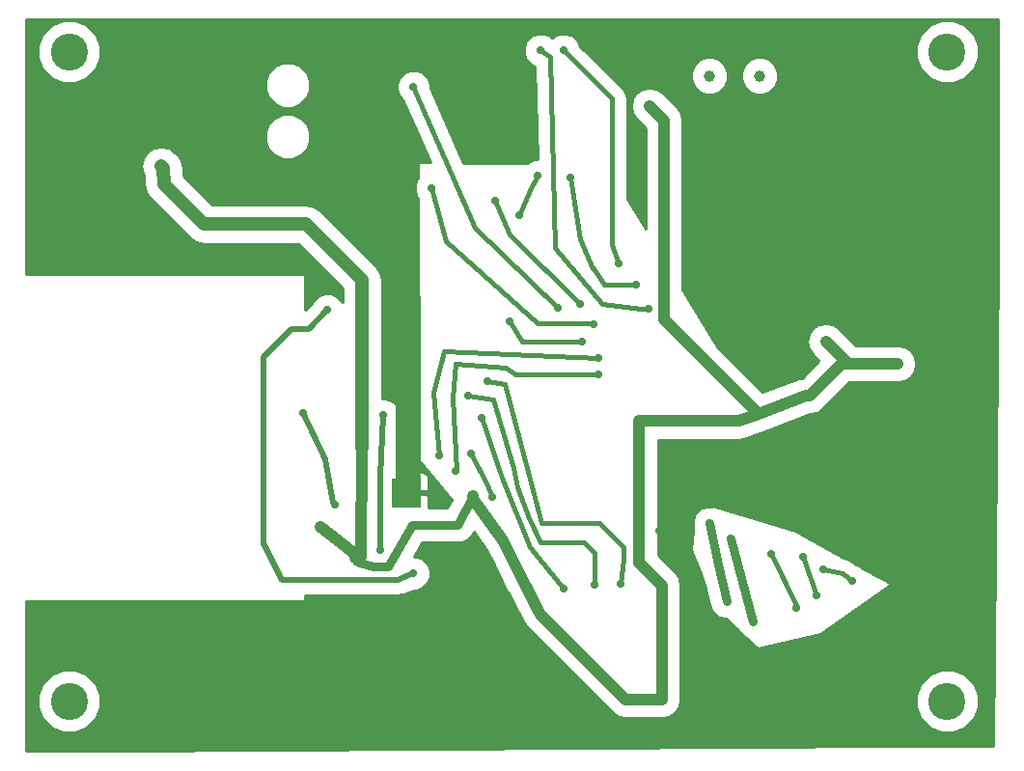
<source format=gbl>
G04 (created by PCBNEW (2013-08-24 BZR 4298)-stable) date Fri 11 Oct 2013 09:56:01 PM PDT*
%MOIN*%
G04 Gerber Fmt 3.4, Leading zero omitted, Abs format*
%FSLAX34Y34*%
G01*
G70*
G90*
G04 APERTURE LIST*
%ADD10C,0.005906*%
%ADD11C,0.039400*%
%ADD12C,0.023622*%
%ADD13R,0.098400X0.098400*%
%ADD14C,0.127953*%
%ADD15C,0.027559*%
%ADD16C,0.039370*%
%ADD17C,0.047244*%
%ADD18C,0.031496*%
%ADD19C,0.023622*%
%ADD20C,0.019685*%
%ADD21C,0.015748*%
%ADD22C,0.009843*%
%ADD23C,0.010000*%
G04 APERTURE END LIST*
G54D10*
G54D11*
X37076Y-27608D03*
X38808Y-27608D03*
G54D12*
X26618Y-42019D03*
X26318Y-41719D03*
X26318Y-42319D03*
X26918Y-41719D03*
X26918Y-42319D03*
G54D13*
X26618Y-42019D03*
G54D14*
X45275Y-26771D03*
X45275Y-49212D03*
X14960Y-49212D03*
X14960Y-26771D03*
G54D15*
X24984Y-44240D03*
X41090Y-36779D03*
X35003Y-28645D03*
X43570Y-37551D03*
X18133Y-30720D03*
X35440Y-49149D03*
X40409Y-38649D03*
X28917Y-42106D03*
X25078Y-40440D03*
X23649Y-43200D03*
X25799Y-39330D03*
X25700Y-44000D03*
X27740Y-40732D03*
X33228Y-37338D03*
X28314Y-41259D03*
X33240Y-37933D03*
X29566Y-42141D03*
X28838Y-40641D03*
X22480Y-46350D03*
X38834Y-37696D03*
X37185Y-31035D03*
X45673Y-37303D03*
X41523Y-39866D03*
X18842Y-27748D03*
X41988Y-34448D03*
X41181Y-42728D03*
X37141Y-46618D03*
X35350Y-43322D03*
X27775Y-45724D03*
X41098Y-31291D03*
X26425Y-37311D03*
X30240Y-46409D03*
X37086Y-43070D03*
X37669Y-45759D03*
X37818Y-43578D03*
X38578Y-46468D03*
X23881Y-35700D03*
X26850Y-44791D03*
X34007Y-45141D03*
X29401Y-38157D03*
X33118Y-45196D03*
X28724Y-38641D03*
X32031Y-45318D03*
X29212Y-39409D03*
X39208Y-44129D03*
X40078Y-46003D03*
X40303Y-44236D03*
X40771Y-45570D03*
X41011Y-44669D03*
X42000Y-45066D03*
X33055Y-36177D03*
X27480Y-31484D03*
X32031Y-26728D03*
X33944Y-34098D03*
X30181Y-36090D03*
X32681Y-36771D03*
X32610Y-35488D03*
X29669Y-31909D03*
X31834Y-35622D03*
X26850Y-27988D03*
X31129Y-31070D03*
X30519Y-32409D03*
X34980Y-35641D03*
X31244Y-26728D03*
X32275Y-31129D03*
X34539Y-34830D03*
X23039Y-39240D03*
X24141Y-42433D03*
G54D16*
X34649Y-39531D02*
X38110Y-39531D01*
G54D17*
X25078Y-34669D02*
X25078Y-40440D01*
G54D16*
X41779Y-37468D02*
X41779Y-37551D01*
X41090Y-36779D02*
X41779Y-37468D01*
X35440Y-49149D02*
X35440Y-45204D01*
X34649Y-44413D02*
X34649Y-39531D01*
X35440Y-45204D02*
X34649Y-44413D01*
X35507Y-36031D02*
X38759Y-39282D01*
X35507Y-29149D02*
X35507Y-36031D01*
X35003Y-28645D02*
X35507Y-29149D01*
X40409Y-38649D02*
X40551Y-38649D01*
X40551Y-38649D02*
X41649Y-37551D01*
X41649Y-37551D02*
X41779Y-37551D01*
X41779Y-37551D02*
X43570Y-37551D01*
G54D17*
X23145Y-32736D02*
X25078Y-34669D01*
X19610Y-32736D02*
X23145Y-32736D01*
X18224Y-31350D02*
X19610Y-32736D01*
X18208Y-30795D02*
X18224Y-31350D01*
X18133Y-30720D02*
X18208Y-30795D01*
G54D16*
X28917Y-42106D02*
X28917Y-42204D01*
X28917Y-42204D02*
X29933Y-43665D01*
X29933Y-43665D02*
X30129Y-44051D01*
X30129Y-44051D02*
X30661Y-45129D01*
X30661Y-45129D02*
X31228Y-46208D01*
X31228Y-46208D02*
X34169Y-49149D01*
X34169Y-49149D02*
X35440Y-49149D01*
X38110Y-39531D02*
X38759Y-39282D01*
X38759Y-39282D02*
X40409Y-38649D01*
G54D18*
X28917Y-42106D02*
X28381Y-43133D01*
X28381Y-43133D02*
X26807Y-43125D01*
X26807Y-43125D02*
X25972Y-44539D01*
X25972Y-44539D02*
X25456Y-44539D01*
X25456Y-44539D02*
X24984Y-44421D01*
X24984Y-44421D02*
X24877Y-44350D01*
X24877Y-44350D02*
X24984Y-44240D01*
G54D19*
X24996Y-44263D02*
X24826Y-44267D01*
X24996Y-44251D02*
X24996Y-44263D01*
X24984Y-44240D02*
X24996Y-44251D01*
G54D16*
X25082Y-40437D02*
X25082Y-40425D01*
X25043Y-44204D02*
X24826Y-44267D01*
X25082Y-40425D02*
X25043Y-44204D01*
X25078Y-40440D02*
X25082Y-40437D01*
X24826Y-44267D02*
X24992Y-44255D01*
X24992Y-44255D02*
X23649Y-43200D01*
G54D20*
X25799Y-39330D02*
X25720Y-41449D01*
X25720Y-41449D02*
X25700Y-44000D01*
G54D21*
X27740Y-40732D02*
X27751Y-40720D01*
X27751Y-40720D02*
X27551Y-38562D01*
X27551Y-38562D02*
X27901Y-37110D01*
X27901Y-37110D02*
X33228Y-37338D01*
X28314Y-41259D02*
X28326Y-41248D01*
X28326Y-41248D02*
X28200Y-38704D01*
X28200Y-38704D02*
X28291Y-37559D01*
X28291Y-37559D02*
X30027Y-37696D01*
X30027Y-37696D02*
X30374Y-37933D01*
X30374Y-37933D02*
X33240Y-37933D01*
X29401Y-41748D02*
X29566Y-42141D01*
X28838Y-40641D02*
X29401Y-41748D01*
G54D16*
X26918Y-41719D02*
X26918Y-41453D01*
X26918Y-41453D02*
X26425Y-40960D01*
X26425Y-37311D02*
X26425Y-40960D01*
X26425Y-40960D02*
X26425Y-41612D01*
X26425Y-41612D02*
X26318Y-41719D01*
G54D20*
X22480Y-46350D02*
X22468Y-46350D01*
G54D21*
X38834Y-37696D02*
X38834Y-37685D01*
G54D16*
X45673Y-37303D02*
X45673Y-37275D01*
G54D22*
X41523Y-39866D02*
X41523Y-39854D01*
G54D16*
X20488Y-27811D02*
X19696Y-27811D01*
X19696Y-27811D02*
X18842Y-27748D01*
G54D18*
X41988Y-34448D02*
X41996Y-34448D01*
G54D20*
X41200Y-42748D02*
X41220Y-42748D01*
X41181Y-42728D02*
X41200Y-42748D01*
X37141Y-46618D02*
X37114Y-46645D01*
G54D22*
X35350Y-43322D02*
X35350Y-43326D01*
G54D20*
X27775Y-45724D02*
X27763Y-45736D01*
X27763Y-45736D02*
X27763Y-45740D01*
G54D18*
X41098Y-31291D02*
X41098Y-31303D01*
G54D16*
X26460Y-37275D02*
X26460Y-37204D01*
X26425Y-37311D02*
X26460Y-37275D01*
G54D18*
X30228Y-46397D02*
X30228Y-46393D01*
X30240Y-46409D02*
X30228Y-46397D01*
X37086Y-43070D02*
X37366Y-44476D01*
X37366Y-44476D02*
X37669Y-45759D01*
X37818Y-43578D02*
X38578Y-46468D01*
G54D20*
X23881Y-35700D02*
X23232Y-36350D01*
X23232Y-36350D02*
X22629Y-36350D01*
X22629Y-36350D02*
X21661Y-37318D01*
X21661Y-37318D02*
X21661Y-43759D01*
X21661Y-43759D02*
X22299Y-45015D01*
X22299Y-45015D02*
X26295Y-45015D01*
X26295Y-45015D02*
X26850Y-44791D01*
G54D21*
X34098Y-44287D02*
X34007Y-45141D01*
X34098Y-43889D02*
X34098Y-44287D01*
X33263Y-43055D02*
X34098Y-43889D01*
X31287Y-43055D02*
X33263Y-43055D01*
X30011Y-38259D02*
X31287Y-43055D01*
X29401Y-38157D02*
X30011Y-38259D01*
X33118Y-44098D02*
X33118Y-45196D01*
X32744Y-43724D02*
X33118Y-44098D01*
X31244Y-43724D02*
X32744Y-43724D01*
X30838Y-42885D02*
X31244Y-43724D01*
X30433Y-41814D02*
X30838Y-42885D01*
X30299Y-41161D02*
X30433Y-41814D01*
X29610Y-38803D02*
X30299Y-41161D01*
X28724Y-38641D02*
X29610Y-38803D01*
X30885Y-43874D02*
X32031Y-45318D01*
X29893Y-41500D02*
X30885Y-43874D01*
X29212Y-39409D02*
X29893Y-41500D01*
X39208Y-44129D02*
X40078Y-45881D01*
X40078Y-45881D02*
X40078Y-46003D01*
X40531Y-44897D02*
X40771Y-45570D01*
X40531Y-44897D02*
X40303Y-44236D01*
X41673Y-44775D02*
X42000Y-45066D01*
X41011Y-44669D02*
X41673Y-44775D01*
X33022Y-36144D02*
X33055Y-36177D01*
X33022Y-36144D02*
X31141Y-36161D01*
X31141Y-36161D02*
X27984Y-33330D01*
X27984Y-33330D02*
X27480Y-31484D01*
X32031Y-26728D02*
X33704Y-28401D01*
X33704Y-28401D02*
X33704Y-33440D01*
X33704Y-33440D02*
X33944Y-34098D01*
X30598Y-36771D02*
X30181Y-36090D01*
X32681Y-36771D02*
X30598Y-36771D01*
X30181Y-33090D02*
X29669Y-31909D01*
X32610Y-35488D02*
X30181Y-33090D01*
X28980Y-32838D02*
X26850Y-27988D01*
X28980Y-32838D02*
X31834Y-35622D01*
X31129Y-31070D02*
X30862Y-31555D01*
X30862Y-31555D02*
X30519Y-32409D01*
X34980Y-35641D02*
X34692Y-35641D01*
X34692Y-35641D02*
X33379Y-35475D01*
X33379Y-35475D02*
X31724Y-33570D01*
X31559Y-26960D02*
X31244Y-26728D01*
X31724Y-33570D02*
X31559Y-26960D01*
X33051Y-34251D02*
X33082Y-34251D01*
X32618Y-33251D02*
X32275Y-31129D01*
X33051Y-34251D02*
X32618Y-33251D01*
X33440Y-34830D02*
X34539Y-34830D01*
X33082Y-34251D02*
X33440Y-34830D01*
G54D20*
X23815Y-40870D02*
X23039Y-39240D01*
X24074Y-42366D02*
X23815Y-40870D01*
X24141Y-42433D02*
X24074Y-42366D01*
G54D10*
G36*
X26694Y-42025D02*
X26642Y-42077D01*
X26594Y-42077D01*
X26560Y-42043D01*
X26560Y-41995D01*
X26612Y-41943D01*
X26618Y-41948D01*
X26623Y-41943D01*
X26694Y-42014D01*
X26688Y-42019D01*
X26694Y-42025D01*
X26694Y-42025D01*
G37*
G54D23*
X26694Y-42025D02*
X26642Y-42077D01*
X26594Y-42077D01*
X26560Y-42043D01*
X26560Y-41995D01*
X26612Y-41943D01*
X26618Y-41948D01*
X26623Y-41943D01*
X26694Y-42014D01*
X26688Y-42019D01*
X26694Y-42025D01*
G54D10*
G36*
X47036Y-34029D02*
X46869Y-50745D01*
X46359Y-50748D01*
X46359Y-48998D01*
X46359Y-26557D01*
X46194Y-26158D01*
X45890Y-25853D01*
X45492Y-25688D01*
X45061Y-25688D01*
X44662Y-25852D01*
X44357Y-26157D01*
X44192Y-26555D01*
X44191Y-26986D01*
X44356Y-27384D01*
X44661Y-27689D01*
X45059Y-27854D01*
X45490Y-27855D01*
X45888Y-27690D01*
X46193Y-27386D01*
X46358Y-26988D01*
X46359Y-26557D01*
X46359Y-48998D01*
X46194Y-48599D01*
X45890Y-48294D01*
X45492Y-48129D01*
X45061Y-48128D01*
X44662Y-48293D01*
X44357Y-48598D01*
X44192Y-48996D01*
X44191Y-49427D01*
X44356Y-49825D01*
X44661Y-50130D01*
X45059Y-50295D01*
X45490Y-50296D01*
X45888Y-50131D01*
X46193Y-49827D01*
X46358Y-49429D01*
X46359Y-48998D01*
X46359Y-50748D01*
X43359Y-50767D01*
X43359Y-45165D01*
X42381Y-44626D01*
X42329Y-44574D01*
X42159Y-44503D01*
X42142Y-44494D01*
X42020Y-44385D01*
X41981Y-44362D01*
X41947Y-44330D01*
X41894Y-44311D01*
X41845Y-44282D01*
X41799Y-44275D01*
X41756Y-44259D01*
X41702Y-44251D01*
X40027Y-43326D01*
X37185Y-42445D01*
X37134Y-42481D01*
X36969Y-42481D01*
X36752Y-42570D01*
X36586Y-42736D01*
X36496Y-42953D01*
X36496Y-43188D01*
X36518Y-43295D01*
X36437Y-43978D01*
X36755Y-44795D01*
X36914Y-45177D01*
X37084Y-45898D01*
X37181Y-46111D01*
X37353Y-46271D01*
X37573Y-46353D01*
X37627Y-46351D01*
X38059Y-46748D01*
X38100Y-46832D01*
X38275Y-46987D01*
X38345Y-47011D01*
X38737Y-47372D01*
X40893Y-46875D01*
X43359Y-45165D01*
X43359Y-50767D01*
X16584Y-50936D01*
X16044Y-50936D01*
X16044Y-48998D01*
X15879Y-48599D01*
X15575Y-48294D01*
X15177Y-48129D01*
X14746Y-48128D01*
X14347Y-48293D01*
X14042Y-48598D01*
X13877Y-48996D01*
X13876Y-49427D01*
X14041Y-49825D01*
X14346Y-50130D01*
X14744Y-50295D01*
X15175Y-50296D01*
X15573Y-50131D01*
X15878Y-49827D01*
X16043Y-49429D01*
X16044Y-48998D01*
X16044Y-50936D01*
X13463Y-50936D01*
X13463Y-45751D01*
X23113Y-45751D01*
X23113Y-45557D01*
X26295Y-45557D01*
X26396Y-45537D01*
X26498Y-45518D01*
X26858Y-45372D01*
X26965Y-45372D01*
X27179Y-45284D01*
X27343Y-45121D01*
X27431Y-44907D01*
X27431Y-44676D01*
X27343Y-44462D01*
X27180Y-44298D01*
X26966Y-44209D01*
X26865Y-44209D01*
X27149Y-43728D01*
X28378Y-43735D01*
X28470Y-43717D01*
X28562Y-43707D01*
X28584Y-43695D01*
X28609Y-43690D01*
X28686Y-43639D01*
X28768Y-43594D01*
X28783Y-43574D01*
X28804Y-43561D01*
X28856Y-43484D01*
X28915Y-43411D01*
X28941Y-43361D01*
X29382Y-43995D01*
X29557Y-44338D01*
X30086Y-45413D01*
X30091Y-45419D01*
X30094Y-45427D01*
X30661Y-46506D01*
X30721Y-46581D01*
X30775Y-46661D01*
X33716Y-49602D01*
X33924Y-49741D01*
X34169Y-49790D01*
X35440Y-49790D01*
X35686Y-49741D01*
X35893Y-49602D01*
X36032Y-49394D01*
X36081Y-49149D01*
X36081Y-45204D01*
X36032Y-44959D01*
X35893Y-44751D01*
X35290Y-44148D01*
X35290Y-40172D01*
X38110Y-40172D01*
X38224Y-40149D01*
X38339Y-40129D01*
X38988Y-39880D01*
X40528Y-39290D01*
X40551Y-39290D01*
X40796Y-39241D01*
X41004Y-39102D01*
X41914Y-38191D01*
X43570Y-38191D01*
X43815Y-38142D01*
X44023Y-38004D01*
X44162Y-37796D01*
X44211Y-37551D01*
X44162Y-37306D01*
X44023Y-37098D01*
X43815Y-36959D01*
X43570Y-36910D01*
X42127Y-36910D01*
X41543Y-36326D01*
X41335Y-36187D01*
X41090Y-36138D01*
X40845Y-36187D01*
X40637Y-36326D01*
X40498Y-36534D01*
X40450Y-36779D01*
X40498Y-37024D01*
X40637Y-37232D01*
X40850Y-37444D01*
X40256Y-38038D01*
X40180Y-38051D01*
X39449Y-38331D01*
X39449Y-27481D01*
X39352Y-27245D01*
X39172Y-27065D01*
X38936Y-26967D01*
X38682Y-26967D01*
X38446Y-27064D01*
X38266Y-27244D01*
X38168Y-27480D01*
X38168Y-27734D01*
X38265Y-27970D01*
X38445Y-28150D01*
X38680Y-28248D01*
X38935Y-28248D01*
X39171Y-28151D01*
X39351Y-27971D01*
X39449Y-27736D01*
X39449Y-27481D01*
X39449Y-38331D01*
X38917Y-38535D01*
X37717Y-37335D01*
X37717Y-27481D01*
X37620Y-27245D01*
X37440Y-27065D01*
X37204Y-26967D01*
X36950Y-26967D01*
X36714Y-27064D01*
X36534Y-27244D01*
X36436Y-27480D01*
X36436Y-27734D01*
X36533Y-27970D01*
X36713Y-28150D01*
X36948Y-28248D01*
X37203Y-28248D01*
X37439Y-28151D01*
X37619Y-27971D01*
X37717Y-27736D01*
X37717Y-27481D01*
X37717Y-37335D01*
X37342Y-36960D01*
X36148Y-34997D01*
X36148Y-29149D01*
X36099Y-28904D01*
X35960Y-28696D01*
X35960Y-28696D01*
X35456Y-28192D01*
X35249Y-28053D01*
X35003Y-28005D01*
X34758Y-28053D01*
X34550Y-28192D01*
X34412Y-28400D01*
X34363Y-28645D01*
X34412Y-28890D01*
X34550Y-29098D01*
X34867Y-29414D01*
X34867Y-32892D01*
X34227Y-31840D01*
X34227Y-28401D01*
X34227Y-28401D01*
X34227Y-28401D01*
X34187Y-28201D01*
X34074Y-28032D01*
X34074Y-28032D01*
X34074Y-28032D01*
X32583Y-26541D01*
X32524Y-26399D01*
X32361Y-26235D01*
X32147Y-26146D01*
X31916Y-26146D01*
X31702Y-26235D01*
X31637Y-26299D01*
X31573Y-26235D01*
X31360Y-26146D01*
X31128Y-26146D01*
X30915Y-26235D01*
X30751Y-26398D01*
X30662Y-26612D01*
X30662Y-26843D01*
X30750Y-27057D01*
X30914Y-27221D01*
X31044Y-27275D01*
X31124Y-30489D01*
X31014Y-30489D01*
X30800Y-30577D01*
X30765Y-30612D01*
X28569Y-30604D01*
X27431Y-28012D01*
X27431Y-27873D01*
X27343Y-27659D01*
X27180Y-27495D01*
X26966Y-27406D01*
X26735Y-27406D01*
X26521Y-27494D01*
X26357Y-27658D01*
X26268Y-27872D01*
X26268Y-28103D01*
X26357Y-28317D01*
X26476Y-28437D01*
X27426Y-30600D01*
X26999Y-30598D01*
X27002Y-31139D01*
X26987Y-31154D01*
X26898Y-31368D01*
X26898Y-31599D01*
X26987Y-31813D01*
X27006Y-31832D01*
X27040Y-38517D01*
X27039Y-38526D01*
X27030Y-38611D01*
X27041Y-38721D01*
X27052Y-40890D01*
X28162Y-42253D01*
X28018Y-42530D01*
X27360Y-42527D01*
X27360Y-42461D01*
X27360Y-42132D01*
X27297Y-42069D01*
X27097Y-42069D01*
X27101Y-42065D01*
X27098Y-42019D01*
X27101Y-41973D01*
X27097Y-41969D01*
X27297Y-41969D01*
X27360Y-41907D01*
X27360Y-41577D01*
X27360Y-41477D01*
X27322Y-41386D01*
X27251Y-41315D01*
X27159Y-41277D01*
X26730Y-41277D01*
X26668Y-41340D01*
X26668Y-41540D01*
X26664Y-41536D01*
X26618Y-41539D01*
X26571Y-41536D01*
X26568Y-41540D01*
X26568Y-41340D01*
X26505Y-41277D01*
X26269Y-41277D01*
X26333Y-39561D01*
X26380Y-39446D01*
X26380Y-39215D01*
X26292Y-39001D01*
X26129Y-38838D01*
X25915Y-38749D01*
X25758Y-38749D01*
X25758Y-34669D01*
X25706Y-34409D01*
X25559Y-34188D01*
X23626Y-32255D01*
X23405Y-32108D01*
X23362Y-32099D01*
X23282Y-32083D01*
X23282Y-29546D01*
X23282Y-27774D01*
X23164Y-27488D01*
X22945Y-27269D01*
X22659Y-27150D01*
X22349Y-27150D01*
X22063Y-27268D01*
X21844Y-27487D01*
X21725Y-27773D01*
X21725Y-28083D01*
X21843Y-28369D01*
X22062Y-28588D01*
X22348Y-28707D01*
X22658Y-28707D01*
X22944Y-28589D01*
X23163Y-28370D01*
X23282Y-28084D01*
X23282Y-27774D01*
X23282Y-29546D01*
X23164Y-29260D01*
X22945Y-29041D01*
X22659Y-28922D01*
X22349Y-28922D01*
X22063Y-29040D01*
X21844Y-29259D01*
X21725Y-29545D01*
X21725Y-29854D01*
X21843Y-30141D01*
X22062Y-30360D01*
X22348Y-30478D01*
X22658Y-30479D01*
X22944Y-30361D01*
X23163Y-30142D01*
X23282Y-29856D01*
X23282Y-29546D01*
X23282Y-32083D01*
X23145Y-32056D01*
X19891Y-32056D01*
X18896Y-31060D01*
X18888Y-30775D01*
X18860Y-30655D01*
X18836Y-30535D01*
X18831Y-30526D01*
X18829Y-30517D01*
X18757Y-30416D01*
X18689Y-30314D01*
X18614Y-30239D01*
X18394Y-30092D01*
X18133Y-30040D01*
X17873Y-30092D01*
X17653Y-30239D01*
X17505Y-30460D01*
X17453Y-30720D01*
X17505Y-30980D01*
X17534Y-31024D01*
X17544Y-31369D01*
X17572Y-31489D01*
X17596Y-31610D01*
X17601Y-31618D01*
X17603Y-31628D01*
X17675Y-31728D01*
X17743Y-31831D01*
X19129Y-33216D01*
X19350Y-33364D01*
X19610Y-33416D01*
X22864Y-33416D01*
X24398Y-34950D01*
X24398Y-35429D01*
X24375Y-35371D01*
X24211Y-35208D01*
X23998Y-35119D01*
X23766Y-35119D01*
X23552Y-35207D01*
X23389Y-35370D01*
X23349Y-35466D01*
X23113Y-35702D01*
X23113Y-34445D01*
X16044Y-34445D01*
X16044Y-26557D01*
X15879Y-26158D01*
X15575Y-25853D01*
X15177Y-25688D01*
X14746Y-25688D01*
X14347Y-25852D01*
X14042Y-26157D01*
X13877Y-26555D01*
X13876Y-26986D01*
X14041Y-27384D01*
X14346Y-27689D01*
X14744Y-27854D01*
X15175Y-27855D01*
X15573Y-27690D01*
X15878Y-27386D01*
X16043Y-26988D01*
X16044Y-26557D01*
X16044Y-34445D01*
X13463Y-34445D01*
X13463Y-25660D01*
X47036Y-25660D01*
X47036Y-34029D01*
X47036Y-34029D01*
G37*
G54D23*
X47036Y-34029D02*
X46869Y-50745D01*
X46359Y-50748D01*
X46359Y-48998D01*
X46359Y-26557D01*
X46194Y-26158D01*
X45890Y-25853D01*
X45492Y-25688D01*
X45061Y-25688D01*
X44662Y-25852D01*
X44357Y-26157D01*
X44192Y-26555D01*
X44191Y-26986D01*
X44356Y-27384D01*
X44661Y-27689D01*
X45059Y-27854D01*
X45490Y-27855D01*
X45888Y-27690D01*
X46193Y-27386D01*
X46358Y-26988D01*
X46359Y-26557D01*
X46359Y-48998D01*
X46194Y-48599D01*
X45890Y-48294D01*
X45492Y-48129D01*
X45061Y-48128D01*
X44662Y-48293D01*
X44357Y-48598D01*
X44192Y-48996D01*
X44191Y-49427D01*
X44356Y-49825D01*
X44661Y-50130D01*
X45059Y-50295D01*
X45490Y-50296D01*
X45888Y-50131D01*
X46193Y-49827D01*
X46358Y-49429D01*
X46359Y-48998D01*
X46359Y-50748D01*
X43359Y-50767D01*
X43359Y-45165D01*
X42381Y-44626D01*
X42329Y-44574D01*
X42159Y-44503D01*
X42142Y-44494D01*
X42020Y-44385D01*
X41981Y-44362D01*
X41947Y-44330D01*
X41894Y-44311D01*
X41845Y-44282D01*
X41799Y-44275D01*
X41756Y-44259D01*
X41702Y-44251D01*
X40027Y-43326D01*
X37185Y-42445D01*
X37134Y-42481D01*
X36969Y-42481D01*
X36752Y-42570D01*
X36586Y-42736D01*
X36496Y-42953D01*
X36496Y-43188D01*
X36518Y-43295D01*
X36437Y-43978D01*
X36755Y-44795D01*
X36914Y-45177D01*
X37084Y-45898D01*
X37181Y-46111D01*
X37353Y-46271D01*
X37573Y-46353D01*
X37627Y-46351D01*
X38059Y-46748D01*
X38100Y-46832D01*
X38275Y-46987D01*
X38345Y-47011D01*
X38737Y-47372D01*
X40893Y-46875D01*
X43359Y-45165D01*
X43359Y-50767D01*
X16584Y-50936D01*
X16044Y-50936D01*
X16044Y-48998D01*
X15879Y-48599D01*
X15575Y-48294D01*
X15177Y-48129D01*
X14746Y-48128D01*
X14347Y-48293D01*
X14042Y-48598D01*
X13877Y-48996D01*
X13876Y-49427D01*
X14041Y-49825D01*
X14346Y-50130D01*
X14744Y-50295D01*
X15175Y-50296D01*
X15573Y-50131D01*
X15878Y-49827D01*
X16043Y-49429D01*
X16044Y-48998D01*
X16044Y-50936D01*
X13463Y-50936D01*
X13463Y-45751D01*
X23113Y-45751D01*
X23113Y-45557D01*
X26295Y-45557D01*
X26396Y-45537D01*
X26498Y-45518D01*
X26858Y-45372D01*
X26965Y-45372D01*
X27179Y-45284D01*
X27343Y-45121D01*
X27431Y-44907D01*
X27431Y-44676D01*
X27343Y-44462D01*
X27180Y-44298D01*
X26966Y-44209D01*
X26865Y-44209D01*
X27149Y-43728D01*
X28378Y-43735D01*
X28470Y-43717D01*
X28562Y-43707D01*
X28584Y-43695D01*
X28609Y-43690D01*
X28686Y-43639D01*
X28768Y-43594D01*
X28783Y-43574D01*
X28804Y-43561D01*
X28856Y-43484D01*
X28915Y-43411D01*
X28941Y-43361D01*
X29382Y-43995D01*
X29557Y-44338D01*
X30086Y-45413D01*
X30091Y-45419D01*
X30094Y-45427D01*
X30661Y-46506D01*
X30721Y-46581D01*
X30775Y-46661D01*
X33716Y-49602D01*
X33924Y-49741D01*
X34169Y-49790D01*
X35440Y-49790D01*
X35686Y-49741D01*
X35893Y-49602D01*
X36032Y-49394D01*
X36081Y-49149D01*
X36081Y-45204D01*
X36032Y-44959D01*
X35893Y-44751D01*
X35290Y-44148D01*
X35290Y-40172D01*
X38110Y-40172D01*
X38224Y-40149D01*
X38339Y-40129D01*
X38988Y-39880D01*
X40528Y-39290D01*
X40551Y-39290D01*
X40796Y-39241D01*
X41004Y-39102D01*
X41914Y-38191D01*
X43570Y-38191D01*
X43815Y-38142D01*
X44023Y-38004D01*
X44162Y-37796D01*
X44211Y-37551D01*
X44162Y-37306D01*
X44023Y-37098D01*
X43815Y-36959D01*
X43570Y-36910D01*
X42127Y-36910D01*
X41543Y-36326D01*
X41335Y-36187D01*
X41090Y-36138D01*
X40845Y-36187D01*
X40637Y-36326D01*
X40498Y-36534D01*
X40450Y-36779D01*
X40498Y-37024D01*
X40637Y-37232D01*
X40850Y-37444D01*
X40256Y-38038D01*
X40180Y-38051D01*
X39449Y-38331D01*
X39449Y-27481D01*
X39352Y-27245D01*
X39172Y-27065D01*
X38936Y-26967D01*
X38682Y-26967D01*
X38446Y-27064D01*
X38266Y-27244D01*
X38168Y-27480D01*
X38168Y-27734D01*
X38265Y-27970D01*
X38445Y-28150D01*
X38680Y-28248D01*
X38935Y-28248D01*
X39171Y-28151D01*
X39351Y-27971D01*
X39449Y-27736D01*
X39449Y-27481D01*
X39449Y-38331D01*
X38917Y-38535D01*
X37717Y-37335D01*
X37717Y-27481D01*
X37620Y-27245D01*
X37440Y-27065D01*
X37204Y-26967D01*
X36950Y-26967D01*
X36714Y-27064D01*
X36534Y-27244D01*
X36436Y-27480D01*
X36436Y-27734D01*
X36533Y-27970D01*
X36713Y-28150D01*
X36948Y-28248D01*
X37203Y-28248D01*
X37439Y-28151D01*
X37619Y-27971D01*
X37717Y-27736D01*
X37717Y-27481D01*
X37717Y-37335D01*
X37342Y-36960D01*
X36148Y-34997D01*
X36148Y-29149D01*
X36099Y-28904D01*
X35960Y-28696D01*
X35960Y-28696D01*
X35456Y-28192D01*
X35249Y-28053D01*
X35003Y-28005D01*
X34758Y-28053D01*
X34550Y-28192D01*
X34412Y-28400D01*
X34363Y-28645D01*
X34412Y-28890D01*
X34550Y-29098D01*
X34867Y-29414D01*
X34867Y-32892D01*
X34227Y-31840D01*
X34227Y-28401D01*
X34227Y-28401D01*
X34227Y-28401D01*
X34187Y-28201D01*
X34074Y-28032D01*
X34074Y-28032D01*
X34074Y-28032D01*
X32583Y-26541D01*
X32524Y-26399D01*
X32361Y-26235D01*
X32147Y-26146D01*
X31916Y-26146D01*
X31702Y-26235D01*
X31637Y-26299D01*
X31573Y-26235D01*
X31360Y-26146D01*
X31128Y-26146D01*
X30915Y-26235D01*
X30751Y-26398D01*
X30662Y-26612D01*
X30662Y-26843D01*
X30750Y-27057D01*
X30914Y-27221D01*
X31044Y-27275D01*
X31124Y-30489D01*
X31014Y-30489D01*
X30800Y-30577D01*
X30765Y-30612D01*
X28569Y-30604D01*
X27431Y-28012D01*
X27431Y-27873D01*
X27343Y-27659D01*
X27180Y-27495D01*
X26966Y-27406D01*
X26735Y-27406D01*
X26521Y-27494D01*
X26357Y-27658D01*
X26268Y-27872D01*
X26268Y-28103D01*
X26357Y-28317D01*
X26476Y-28437D01*
X27426Y-30600D01*
X26999Y-30598D01*
X27002Y-31139D01*
X26987Y-31154D01*
X26898Y-31368D01*
X26898Y-31599D01*
X26987Y-31813D01*
X27006Y-31832D01*
X27040Y-38517D01*
X27039Y-38526D01*
X27030Y-38611D01*
X27041Y-38721D01*
X27052Y-40890D01*
X28162Y-42253D01*
X28018Y-42530D01*
X27360Y-42527D01*
X27360Y-42461D01*
X27360Y-42132D01*
X27297Y-42069D01*
X27097Y-42069D01*
X27101Y-42065D01*
X27098Y-42019D01*
X27101Y-41973D01*
X27097Y-41969D01*
X27297Y-41969D01*
X27360Y-41907D01*
X27360Y-41577D01*
X27360Y-41477D01*
X27322Y-41386D01*
X27251Y-41315D01*
X27159Y-41277D01*
X26730Y-41277D01*
X26668Y-41340D01*
X26668Y-41540D01*
X26664Y-41536D01*
X26618Y-41539D01*
X26571Y-41536D01*
X26568Y-41540D01*
X26568Y-41340D01*
X26505Y-41277D01*
X26269Y-41277D01*
X26333Y-39561D01*
X26380Y-39446D01*
X26380Y-39215D01*
X26292Y-39001D01*
X26129Y-38838D01*
X25915Y-38749D01*
X25758Y-38749D01*
X25758Y-34669D01*
X25706Y-34409D01*
X25559Y-34188D01*
X23626Y-32255D01*
X23405Y-32108D01*
X23362Y-32099D01*
X23282Y-32083D01*
X23282Y-29546D01*
X23282Y-27774D01*
X23164Y-27488D01*
X22945Y-27269D01*
X22659Y-27150D01*
X22349Y-27150D01*
X22063Y-27268D01*
X21844Y-27487D01*
X21725Y-27773D01*
X21725Y-28083D01*
X21843Y-28369D01*
X22062Y-28588D01*
X22348Y-28707D01*
X22658Y-28707D01*
X22944Y-28589D01*
X23163Y-28370D01*
X23282Y-28084D01*
X23282Y-27774D01*
X23282Y-29546D01*
X23164Y-29260D01*
X22945Y-29041D01*
X22659Y-28922D01*
X22349Y-28922D01*
X22063Y-29040D01*
X21844Y-29259D01*
X21725Y-29545D01*
X21725Y-29854D01*
X21843Y-30141D01*
X22062Y-30360D01*
X22348Y-30478D01*
X22658Y-30479D01*
X22944Y-30361D01*
X23163Y-30142D01*
X23282Y-29856D01*
X23282Y-29546D01*
X23282Y-32083D01*
X23145Y-32056D01*
X19891Y-32056D01*
X18896Y-31060D01*
X18888Y-30775D01*
X18860Y-30655D01*
X18836Y-30535D01*
X18831Y-30526D01*
X18829Y-30517D01*
X18757Y-30416D01*
X18689Y-30314D01*
X18614Y-30239D01*
X18394Y-30092D01*
X18133Y-30040D01*
X17873Y-30092D01*
X17653Y-30239D01*
X17505Y-30460D01*
X17453Y-30720D01*
X17505Y-30980D01*
X17534Y-31024D01*
X17544Y-31369D01*
X17572Y-31489D01*
X17596Y-31610D01*
X17601Y-31618D01*
X17603Y-31628D01*
X17675Y-31728D01*
X17743Y-31831D01*
X19129Y-33216D01*
X19350Y-33364D01*
X19610Y-33416D01*
X22864Y-33416D01*
X24398Y-34950D01*
X24398Y-35429D01*
X24375Y-35371D01*
X24211Y-35208D01*
X23998Y-35119D01*
X23766Y-35119D01*
X23552Y-35207D01*
X23389Y-35370D01*
X23349Y-35466D01*
X23113Y-35702D01*
X23113Y-34445D01*
X16044Y-34445D01*
X16044Y-26557D01*
X15879Y-26158D01*
X15575Y-25853D01*
X15177Y-25688D01*
X14746Y-25688D01*
X14347Y-25852D01*
X14042Y-26157D01*
X13877Y-26555D01*
X13876Y-26986D01*
X14041Y-27384D01*
X14346Y-27689D01*
X14744Y-27854D01*
X15175Y-27855D01*
X15573Y-27690D01*
X15878Y-27386D01*
X16043Y-26988D01*
X16044Y-26557D01*
X16044Y-34445D01*
X13463Y-34445D01*
X13463Y-25660D01*
X47036Y-25660D01*
X47036Y-34029D01*
M02*

</source>
